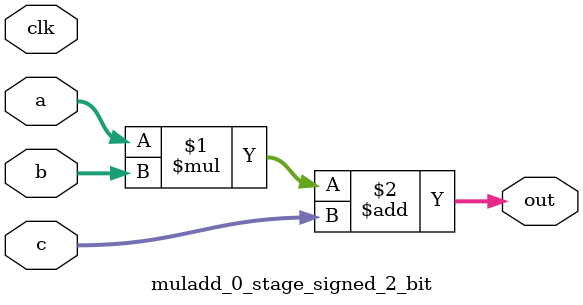
<source format=sv>
(* use_dsp = "yes" *) module muladd_0_stage_signed_2_bit(
	input signed [1:0] a,
	input signed [1:0] b,
	input signed [1:0] c,
	output [1:0] out,
	input clk);

	assign out = (a * b) + c;
endmodule

</source>
